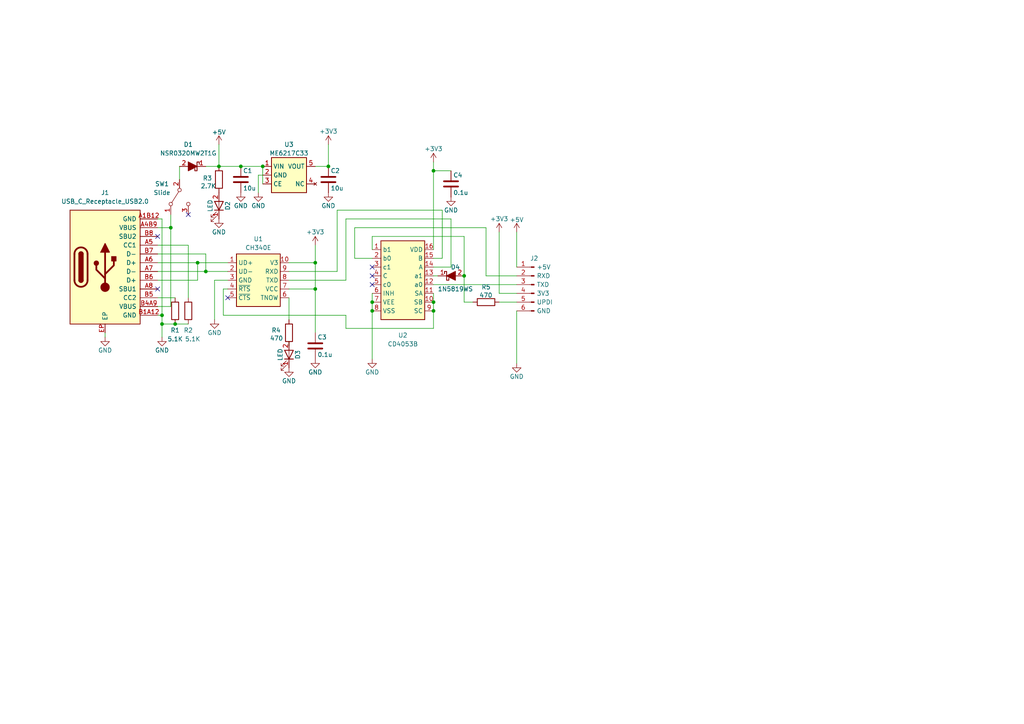
<source format=kicad_sch>
(kicad_sch (version 20230121) (generator eeschema)
  (paper "A4")
  (title_block (title "TS_USB") (date "2024-06-01") (rev "0.2"))
  (lib_symbols
    (symbol "Device:C" (pin_numbers hide) (pin_names (offset 0.254))
      (property "Reference" "C" (at 0.635 2.54 0))
      (property "Value" "C" (at 0.635 -2.54 0))
      (symbol "C_0_1"
        (polyline (pts (xy -2.032 -0.762) (xy 2.032 -0.762)) (stroke (width 0.508)))
        (polyline (pts (xy -2.032 0.762) (xy 2.032 0.762)) (stroke (width 0.508)))
      )
      (symbol "C_1_1"
        (pin passive line (at 0 3.81 270) (length 2.794) (name "~") (number "1"))
        (pin passive line (at 0 -3.81 90) (length 2.794) (name "~") (number "2"))
      )
    )
    (symbol "Device:R" (pin_numbers hide) (pin_names (offset 0))
      (property "Reference" "R" (at 2.032 0 90))
      (property "Value" "R" (at 0 0 90))
      (symbol "R_0_1"
        (rectangle (start -1.016 -2.54) (end 1.016 2.54) (stroke (width 0.254)))
      )
      (symbol "R_1_1"
        (pin passive line (at 0 3.81 270) (length 1.27) (name "~") (number "1"))
        (pin passive line (at 0 -3.81 90) (length 1.27) (name "~") (number "2"))
      )
    )
    (symbol "JSB01_Lib:+3V3" (power) (pin_names (offset 0))
      (property "Value" "3V3" (at 0 4.54 0))
      (symbol "+3V3_0_1"
        (polyline (pts (xy -0.762 1.27) (xy 0 2.54)))
        (polyline (pts (xy 0 0) (xy 0 2.54)))
        (polyline (pts (xy 0 2.54) (xy 0.762 1.27)))
      )
      (symbol "+3V3_1_1"
        (pin power_in line (at 0 0 90) (length 0) hide (name "+3V3") (number "1"))
      )
    )
    (symbol "JSB01_Lib:+5V" (power) (pin_names (offset 0))
      (property "Value" "+5V" (at 0 3.556 0))
      (symbol "+5V_0_1"
        (polyline (pts (xy -0.762 1.27) (xy 0 2.54)))
        (polyline (pts (xy 0 0) (xy 0 2.54)))
        (polyline (pts (xy 0 2.54) (xy 0.762 1.27)))
      )
      (symbol "+5V_1_1"
        (pin power_in line (at 0 0 90) (length 0) hide (name "+5V") (number "1"))
      )
    )
    (symbol "JSB01_Lib:CD4053B"
      (property "Reference" "U" (at 0 16.51 0))
      (property "Value" "CD4053B" (at 0 13.97 0))
      (symbol "CD4053B_0_1"
        (rectangle (start -6.35 11.43) (end 6.35 -11.43) (stroke (width 0.254)) (fill (type background)))
      )
      (symbol "CD4053B_1_1"
        (pin bidirectional line (at -8.89 8.89 0) (length 2.54) (name "b1") (number "1"))
        (pin input line (at 8.89 -6.35 180) (length 2.54) (name "SB") (number "10"))
        (pin input line (at 8.89 -3.81 180) (length 2.54) (name "SA") (number "11"))
        (pin bidirectional line (at 8.89 -1.27 180) (length 2.54) (name "a0") (number "12"))
        (pin bidirectional line (at 8.89 1.27 180) (length 2.54) (name "a1") (number "13"))
        (pin bidirectional line (at 8.89 3.81 180) (length 2.54) (name "A") (number "14"))
        (pin bidirectional line (at 8.89 6.35 180) (length 2.54) (name "B") (number "15"))
        (pin power_in line (at 8.89 8.89 180) (length 2.54) (name "VDD") (number "16"))
        (pin bidirectional line (at -8.89 6.35 0) (length 2.54) (name "b0") (number "2"))
        (pin bidirectional line (at -8.89 3.81 0) (length 2.54) (name "c1") (number "3"))
        (pin bidirectional line (at -8.89 1.27 0) (length 2.54) (name "C") (number "4"))
        (pin bidirectional line (at -8.89 -1.27 0) (length 2.54) (name "c0") (number "5"))
        (pin input line (at -8.89 -3.81 0) (length 2.54) (name "INH") (number "6"))
        (pin power_in line (at -8.89 -6.35 0) (length 2.54) (name "VEE") (number "7"))
        (pin power_in line (at -8.89 -8.89 0) (length 2.54) (name "VSS") (number "8"))
        (pin input line (at 8.89 -8.89 180) (length 2.54) (name "SC") (number "9"))
      )
    )
    (symbol "JSB01_Lib:CH340E"
      (property "Reference" "U" (at 0 12.7 0))
      (property "Value" "CH340E" (at 0 10.16 0))
      (symbol "CH340E_0_1"
        (rectangle (start -6.35 7.62) (end 6.35 -7.62) (stroke (width 0.254)) (fill (type background)))
      )
      (symbol "CH340E_1_1"
        (pin bidirectional line (at -8.89 5.08 0) (length 2.54) (name "UD+") (number "1"))
        (pin passive line (at 8.89 5.08 180) (length 2.54) (name "V3") (number "10"))
        (pin bidirectional line (at -8.89 2.54 0) (length 2.54) (name "UD-") (number "2"))
        (pin power_in line (at -8.89 0 0) (length 2.54) (name "GND") (number "3"))
        (pin output line (at -8.89 -2.54 0) (length 2.54) (name "~{RTS}") (number "4"))
        (pin input line (at -8.89 -5.08 0) (length 2.54) (name "~{CTS}") (number "5"))
        (pin output line (at 8.89 -5.08 180) (length 2.54) (name "TNOW") (number "6"))
        (pin power_in line (at 8.89 -2.54 180) (length 2.54) (name "VCC") (number "7"))
        (pin output line (at 8.89 0 180) (length 2.54) (name "TXD") (number "8"))
        (pin input line (at 8.89 2.54 180) (length 2.54) (name "RXD") (number "9"))
      )
    )
    (symbol "JSB01_Lib:GND" (power) (pin_names (offset 0))
      (property "Value" "GND" (at 0 -3.81 0))
      (symbol "GND_0_1"
        (polyline (pts (xy 0 0) (xy 0 -1.27) (xy 1.27 -1.27) (xy 0 -2.54) (xy -1.27 -1.27) (xy 0 -1.27)))
      )
      (symbol "GND_1_1"
        (pin power_in line (at 0 0 270) (length 0) hide (name "GND") (number "1"))
      )
    )
    (symbol "JSB01_Lib:LED_Green" (pin_names (offset 1.016) hide)
      (property "Reference" "D" (at 0 2.54 0))
      (property "Value" "LED" (at 0 -2.54 0))
      (symbol "LED_Green_0_1"
        (polyline (pts (xy -1.27 -1.27) (xy -1.27 1.27)) (stroke (width 0.254)))
        (polyline (pts (xy -1.27 0) (xy 1.27 0)))
        (polyline (pts (xy 1.27 -1.27) (xy 1.27 1.27) (xy -1.27 0) (xy 1.27 -1.27)) (stroke (width 0.254)))
        (polyline (pts (xy -3.048 -0.762) (xy -4.572 -2.286) (xy -3.81 -2.286) (xy -4.572 -2.286) (xy -4.572 -1.524)))
        (polyline (pts (xy -1.778 -0.762) (xy -3.302 -2.286) (xy -2.54 -2.286) (xy -3.302 -2.286) (xy -3.302 -1.524)))
      )
      (symbol "LED_Green_1_1"
        (pin passive line (at -3.81 0 0) (length 2.54) (name "K") (number "1"))
        (pin passive line (at 3.81 0 180) (length 2.54) (name "A") (number "2"))
      )
    )
    (symbol "JSB01_Lib:ME6217C33"
      (property "Reference" "U" (at 0 8.89 0))
      (property "Value" "ME6217C33" (at 0 6.35 0))
      (symbol "ME6217C33_0_1"
        (rectangle (start -5.08 5.08) (end 5.08 -5.08) (stroke (width 0.254)) (fill (type background)))
      )
      (symbol "ME6217C33_1_1"
        (pin power_in line (at -7.62 2.54 0) (length 2.54) (name "VIN") (number "1"))
        (pin power_in line (at -7.62 0 0) (length 2.54) (name "GND") (number "2"))
        (pin input line (at -7.62 -2.54 0) (length 2.54) (name "CE") (number "3"))
        (pin no_connect line (at 7.62 -2.54 180) (length 2.54) (name "NC") (number "4"))
        (pin power_out line (at 7.62 2.54 180) (length 2.54) (name "VOUT") (number "5"))
      )
    )
    (symbol "JSB01_Lib:Schottky_Diode" (pin_names (offset 1.016) hide)
      (property "Reference" "D2" (at 0 2.54 0))
      (property "Value" "NSR0320MW2T1G" (at 0 -2.54 0))
      (symbol "Schottky_Diode_0_1"
        (polyline (pts (xy 1.27 0) (xy -1.27 0)))
        (polyline (pts (xy 1.27 1.27) (xy 1.27 -1.27) (xy -1.27 0) (xy 1.27 1.27)) (stroke (width 0.254)) (fill (type outline)))
        (polyline (pts (xy -1.905 0.635) (xy -1.905 1.27) (xy -1.27 1.27) (xy -1.27 -1.27) (xy -0.635 -1.27) (xy -0.635 -0.635)) (stroke (width 0.254)))
      )
      (symbol "Schottky_Diode_1_1"
        (pin passive line (at -3.81 0 0) (length 2.54) (name "K") (number "1"))
        (pin passive line (at 3.81 0 180) (length 2.54) (name "A") (number "2"))
      )
    )
    (symbol "JSB01_Lib:SerialConnector" (pin_names (offset 2))
      (property "Reference" "J2" (at 0 7.62 0))
      (symbol "SerialConnector_1_1"
        (polyline (pts (xy 1.27 -7.62) (xy 0.8636 -7.62)) (stroke (width 0.1524)))
        (polyline (pts (xy 1.27 -5.08) (xy 0.8636 -5.08)) (stroke (width 0.1524)))
        (polyline (pts (xy 1.27 -2.54) (xy 0.8636 -2.54)) (stroke (width 0.1524)))
        (polyline (pts (xy 1.27 0) (xy 0.8636 0)) (stroke (width 0.1524)))
        (polyline (pts (xy 1.27 2.54) (xy 0.8636 2.54)) (stroke (width 0.1524)))
        (polyline (pts (xy 1.27 5.08) (xy 0.8636 5.08)) (stroke (width 0.1524)))
        (rectangle (start 0.8636 -7.493) (end 0 -7.747) (stroke (width 0.1524)) (fill (type outline)))
        (rectangle (start 0.8636 -4.953) (end 0 -5.207) (stroke (width 0.1524)) (fill (type outline)))
        (rectangle (start 0.8636 -2.413) (end 0 -2.667) (stroke (width 0.1524)) (fill (type outline)))
        (rectangle (start 0.8636 0.127) (end 0 -0.127) (stroke (width 0.1524)) (fill (type outline)))
        (rectangle (start 0.8636 2.667) (end 0 2.413) (stroke (width 0.1524)) (fill (type outline)))
        (rectangle (start 0.8636 5.207) (end 0 4.953) (stroke (width 0.1524)) (fill (type outline)))
        (pin passive line (at 5.08 5.08 180) (length 3.81) (name "+5V") (number "1"))
        (pin passive line (at 5.08 2.54 180) (length 3.81) (name "RXD") (number "2"))
        (pin passive line (at 5.08 0 180) (length 3.81) (name "TXD") (number "3"))
        (pin passive line (at 5.08 -2.54 180) (length 3.81) (name "3V3") (number "4"))
        (pin passive line (at 5.08 -5.08 180) (length 3.81) (name "UPDI") (number "5"))
        (pin passive line (at 5.08 -7.62 180) (length 3.81) (name "GND") (number "6"))
      )
    )
    (symbol "JSB01_Lib:USB_C_Receptacle_USB2.0" (pin_names (offset 1.016))
      (property "Reference" "J" (at 0 21.59 0))
      (property "Value" "USB_C_Receptacle_USB2.0" (at 0 19.05 0))
      (symbol "USB_C_Receptacle_USB2.0_0_1"
        (rectangle (start -10.16 16.51) (end 10.16 -16.51) (stroke (width 0.254)) (fill (type background)))
        (arc (start -8.89 -3.81) (mid -6.985 -5.7067) (end -5.08 -3.81) (stroke (width 0.508)))
        (arc (start -7.62 -3.81) (mid -6.985 -4.4423) (end -6.35 -3.81) (stroke (width 0.254)))
        (arc (start -7.62 -3.81) (mid -6.985 -4.4423) (end -6.35 -3.81) (stroke (width 0.254)) (fill (type outline)))
        (rectangle (start -7.62 -3.81) (end -6.35 3.81) (stroke (width 0.254)) (fill (type outline)))
        (arc (start -6.35 3.81) (mid -6.985 4.4423) (end -7.62 3.81) (stroke (width 0.254)))
        (arc (start -6.35 3.81) (mid -6.985 4.4423) (end -7.62 3.81) (stroke (width 0.254)) (fill (type outline)))
        (arc (start -5.08 3.81) (mid -6.985 5.7067) (end -8.89 3.81) (stroke (width 0.508)))
        (circle (center -2.54 1.143) (radius 0.635) (stroke (width 0.254)) (fill (type outline)))
        (circle (center 0 -5.842) (radius 1.27) (fill (type outline)))
        (polyline (pts (xy -8.89 -3.81) (xy -8.89 3.81)) (stroke (width 0.508)))
        (polyline (pts (xy -5.08 3.81) (xy -5.08 -3.81)) (stroke (width 0.508)))
        (polyline (pts (xy 0 -5.842) (xy 0 4.318)) (stroke (width 0.508)))
        (polyline (pts (xy 0 -3.302) (xy -2.54 -0.762) (xy -2.54 0.508)) (stroke (width 0.508)))
        (polyline (pts (xy 0 -2.032) (xy 2.54 0.508) (xy 2.54 1.778)) (stroke (width 0.508)))
        (polyline (pts (xy -1.27 4.318) (xy 0 6.858) (xy 1.27 4.318) (xy -1.27 4.318)) (stroke (width 0.254)) (fill (type outline)))
        (rectangle (start 1.905 1.778) (end 3.175 3.048) (stroke (width 0.254)) (fill (type outline)))
      )
      (symbol "USB_C_Receptacle_USB2.0_1_1"
        (pin power_out line (at 15.24 13.97 180) (length 5.08) (name "GND") (number "A1B12"))
        (pin power_out line (at 15.24 11.43 180) (length 5.08) (name "VBUS") (number "A4B9"))
        (pin bidirectional line (at 15.24 6.35 180) (length 5.08) (name "CC1") (number "A5"))
        (pin bidirectional line (at 15.24 1.27 180) (length 5.08) (name "D+") (number "A6"))
        (pin bidirectional line (at 15.24 -1.27 180) (length 5.08) (name "D-") (number "A7"))
        (pin bidirectional line (at 15.24 -6.35 180) (length 5.08) (name "SBU1") (number "A8"))
        (pin power_out line (at 15.24 -13.97 180) (length 5.08) (name "GND") (number "B1A12"))
        (pin power_out line (at 15.24 -11.43 180) (length 5.08) (name "VBUS") (number "B4A9"))
        (pin bidirectional line (at 15.24 -8.89 180) (length 5.08) (name "CC2") (number "B5"))
        (pin bidirectional line (at 15.24 -3.81 180) (length 5.08) (name "D+") (number "B6"))
        (pin bidirectional line (at 15.24 3.81 180) (length 5.08) (name "D-") (number "B7"))
        (pin bidirectional line (at 15.24 8.89 180) (length 5.08) (name "SBU2") (number "B8"))
        (pin passive line (at 0 -19.05 90) (length 2.54) (name "EP") (number "EP"))
      )
    )
    (symbol "Schottky_Diode_1" (pin_names (offset 1.016) hide)
      (property "Reference" "D" (at 0 2.54 0))
      (property "Value" "D_Schottky_Filled" (at 0 -2.54 0))
      (symbol "Schottky_Diode_1_0_1"
        (polyline (pts (xy 1.27 0) (xy -1.27 0)))
        (polyline (pts (xy 1.27 1.27) (xy 1.27 -1.27) (xy -1.27 0) (xy 1.27 1.27)) (stroke (width 0.254)) (fill (type outline)))
        (polyline (pts (xy -1.905 0.635) (xy -1.905 1.27) (xy -1.27 1.27) (xy -1.27 -1.27) (xy -0.635 -1.27) (xy -0.635 -0.635)) (stroke (width 0.254)))
      )
      (symbol "Schottky_Diode_1_1_1"
        (pin passive line (at -3.81 0 0) (length 2.54) (name "K") (number "1"))
        (pin passive line (at 3.81 0 180) (length 2.54) (name "A") (number "2"))
      )
    )
    (symbol "Switch:SW_SPDT" (pin_names (offset 0) hide)
      (property "Reference" "SW" (at 0 4.318 0))
      (property "Value" "SW_SPDT" (at 0 -5.08 0))
      (symbol "SW_SPDT_0_0"
        (circle (center -2.032 0) (radius 0.508))
        (circle (center 2.032 -2.54) (radius 0.508))
      )
      (symbol "SW_SPDT_0_1"
        (polyline (pts (xy -1.524 0.254) (xy 1.651 2.286)))
        (circle (center 2.032 2.54) (radius 0.508))
      )
      (symbol "SW_SPDT_1_1"
        (pin passive line (at 5.08 2.54 180) (length 2.54) (name "A") (number "1"))
        (pin passive line (at -5.08 0 0) (length 2.54) (name "B") (number "2"))
        (pin passive line (at 5.08 -2.54 180) (length 2.54) (name "C") (number "3"))
      )
    )
  )
  (junction (at 107.95 87.63))
  (junction (at 69.85 48.26))
  (junction (at 49.53 66.04))
  (junction (at 46.99 91.44))
  (junction (at 125.73 87.63))
  (junction (at 59.69 78.74))
  (junction (at 95.25 48.26))
  (junction (at 107.95 90.17))
  (junction (at 125.73 90.17))
  (junction (at 125.73 49.53))
  (junction (at 46.99 93.98))
  (junction (at 76.2 48.26))
  (junction (at 91.44 83.82))
  (junction (at 91.44 76.2))
  (junction (at 134.62 80.01))
  (junction (at 63.5 48.26))
  (junction (at 50.8 93.98))
  (junction (at 57.311 76.2))
  (no_connect (at 45.72 83.82))
  (no_connect (at 54.61 62.23))
  (no_connect (at 107.95 77.47))
  (no_connect (at 66.04 86.36))
  (no_connect (at 107.95 80.01))
  (no_connect (at 107.95 82.55))
  (no_connect (at 45.72 68.58))
  (wire (pts (xy 140.97 66.04) (xy 140.97 80.01)))
  (wire (pts (xy 64.77 91.44) (xy 100.33 91.44)))
  (wire (pts (xy 57.311 81.28) (xy 57.311 76.2)))
  (wire (pts (xy 144.78 67.31) (xy 144.78 85.09)))
  (wire (pts (xy 76.2 50.8) (xy 74.93 50.8)))
  (wire (pts (xy 140.97 80.01) (xy 149.86 80.01)))
  (wire (pts (xy 46.99 63.5) (xy 46.99 91.44)))
  (wire (pts (xy 46.99 93.98) (xy 50.8 93.98)))
  (wire (pts (xy 59.69 48.26) (xy 63.5 48.26)))
  (wire (pts (xy 59.69 73.66) (xy 59.69 78.74)))
  (wire (pts (xy 102.87 74.93) (xy 102.87 66.04)))
  (wire (pts (xy 63.5 41.91) (xy 63.5 48.26)))
  (wire (pts (xy 57.311 76.2) (xy 66.04 76.2)))
  (wire (pts (xy 74.93 50.8) (xy 74.93 55.88)))
  (wire (pts (xy 52.07 48.26) (xy 52.07 52.07)))
  (wire (pts (xy 97.79 60.96) (xy 128.27 60.96)))
  (wire (pts (xy 45.72 63.5) (xy 46.99 63.5)))
  (wire (pts (xy 45.72 88.9) (xy 49.53 88.9)))
  (wire (pts (xy 125.73 87.63) (xy 125.73 90.17)))
  (wire (pts (xy 125.73 90.17) (xy 125.73 95.25)))
  (wire (pts (xy 45.72 76.2) (xy 57.311 76.2)))
  (wire (pts (xy 107.95 87.63) (xy 107.95 90.17)))
  (wire (pts (xy 125.73 46.99) (xy 125.73 49.53)))
  (wire (pts (xy 54.61 71.12) (xy 54.61 86.36)))
  (wire (pts (xy 83.82 100.33) (xy 83.82 99.06)))
  (wire (pts (xy 144.78 85.09) (xy 149.86 85.09)))
  (wire (pts (xy 69.85 48.26) (xy 76.2 48.26)))
  (wire (pts (xy 59.69 78.74) (xy 66.04 78.74)))
  (wire (pts (xy 76.2 48.26) (xy 76.2 53.34)))
  (wire (pts (xy 137.16 87.63) (xy 134.62 87.63)))
  (wire (pts (xy 30.48 96.52) (xy 30.48 97.79)))
  (wire (pts (xy 149.86 67.31) (xy 149.86 77.47)))
  (wire (pts (xy 91.44 76.2) (xy 91.44 83.82)))
  (wire (pts (xy 91.44 71.12) (xy 91.44 76.2)))
  (wire (pts (xy 125.73 80.01) (xy 127 80.01)))
  (wire (pts (xy 91.44 96.52) (xy 91.44 83.82)))
  (wire (pts (xy 46.99 91.44) (xy 46.99 93.98)))
  (wire (pts (xy 100.33 91.44) (xy 100.33 95.25)))
  (wire (pts (xy 91.44 48.26) (xy 95.25 48.26)))
  (wire (pts (xy 62.23 81.28) (xy 62.23 92.71)))
  (wire (pts (xy 102.87 66.04) (xy 140.97 66.04)))
  (wire (pts (xy 125.73 49.53) (xy 125.73 72.39)))
  (wire (pts (xy 125.73 85.09) (xy 125.73 87.63)))
  (wire (pts (xy 83.82 83.82) (xy 91.44 83.82)))
  (wire (pts (xy 107.95 68.58) (xy 134.62 68.58)))
  (wire (pts (xy 130.81 77.47) (xy 125.73 77.47)))
  (wire (pts (xy 100.33 81.28) (xy 100.33 63.5)))
  (wire (pts (xy 130.81 63.5) (xy 130.81 77.47)))
  (wire (pts (xy 128.27 60.96) (xy 128.27 74.93)))
  (wire (pts (xy 45.72 81.28) (xy 57.311 81.28)))
  (wire (pts (xy 144.78 87.63) (xy 149.86 87.63)))
  (wire (pts (xy 128.27 74.93) (xy 125.73 74.93)))
  (wire (pts (xy 45.72 91.44) (xy 46.99 91.44)))
  (wire (pts (xy 83.82 86.36) (xy 83.82 92.71)))
  (wire (pts (xy 107.95 85.09) (xy 107.95 87.63)))
  (wire (pts (xy 66.04 81.28) (xy 62.23 81.28)))
  (wire (pts (xy 125.73 82.55) (xy 149.86 82.55)))
  (wire (pts (xy 49.53 62.23) (xy 49.53 66.04)))
  (wire (pts (xy 63.5 48.26) (xy 69.85 48.26)))
  (wire (pts (xy 95.25 41.91) (xy 95.25 48.26)))
  (wire (pts (xy 45.72 73.66) (xy 59.69 73.66)))
  (wire (pts (xy 49.53 66.04) (xy 45.72 66.04)))
  (wire (pts (xy 107.95 90.17) (xy 107.95 104.14)))
  (wire (pts (xy 134.62 87.63) (xy 134.62 80.01)))
  (wire (pts (xy 66.04 83.82) (xy 64.77 83.82)))
  (wire (pts (xy 107.95 72.39) (xy 107.95 68.58)))
  (wire (pts (xy 100.33 95.25) (xy 125.73 95.25)))
  (wire (pts (xy 45.72 86.36) (xy 50.8 86.36)))
  (wire (pts (xy 107.95 74.93) (xy 102.87 74.93)))
  (wire (pts (xy 45.72 71.12) (xy 54.61 71.12)))
  (wire (pts (xy 49.53 66.04) (xy 49.53 88.9)))
  (wire (pts (xy 83.82 76.2) (xy 91.44 76.2)))
  (wire (pts (xy 149.86 90.17) (xy 149.86 105.41)))
  (wire (pts (xy 134.62 68.58) (xy 134.62 80.01)))
  (wire (pts (xy 97.79 78.74) (xy 97.79 60.96)))
  (wire (pts (xy 83.82 78.74) (xy 97.79 78.74)))
  (wire (pts (xy 100.33 63.5) (xy 130.81 63.5)))
  (wire (pts (xy 83.82 81.28) (xy 100.33 81.28)))
  (wire (pts (xy 46.99 93.98) (xy 46.99 97.79)))
  (wire (pts (xy 45.72 78.74) (xy 59.69 78.74)))
  (wire (pts (xy 50.8 93.98) (xy 54.61 93.98)))
  (wire (pts (xy 130.81 49.53) (xy 125.73 49.53)))
  (wire (pts (xy 64.77 83.82) (xy 64.77 91.44)))
  (symbol (lib_id "JSB01_Lib:CH340E") (at 74.93 81.28 0) (unit 1)
    (property "Reference" "U1" (at 74.93 68.58 0) (effects (justify top)))
    (property "Value" "CH340E" (at 74.93 71.12 0) (effects (justify top)))
    (property "Footprint" "JSB01_Lib:MSOP-10_L3.0-W3.0-P0.50-LS5.0" (effects hide))
    (property "LCSC" "C99652" (effects hide))
  )
  (symbol (lib_id "JSB01_Lib:LED_Green") (at 83.82 102.87 270) (mirror x) (unit 1)
    (property "Reference" "D3" (at 86.36 102.87 0))
    (property "Value" "LED" (at 81.28 102.87 0))
    (property "Footprint" "JSB01_Lib:LED0603-RD_GREEN" (effects hide))
    (property "LCSC" "C510026" (effects hide))
  )
  (symbol (lib_id "JSB01_Lib:GND") (at 62.23 92.71 0) (unit 1)
    (property "Reference" "#PWR06" (effects hide))
    (property "Value" "GND" (at 62.23 96.52 0))
  )
  (symbol (lib_name "Schottky_Diode_1") (lib_id "JSB01_Lib:Schottky_Diode") (at 130.81 80.01 0) (unit 1)
    (property "Reference" "D4" (at 132.08 77.47 0))
    (property "Value" "1N5819WS" (at 132.08 83.82 0))
    (property "Footprint" "JSB01_Lib:SOD-323_L1.8-W1.3-LS2.5-RD" (effects hide))
    (property "LCSC" "C191023" (effects hide))
  )
  (symbol (lib_id "JSB01_Lib:GND") (at 46.99 97.79 0) (unit 1)
    (property "Reference" "#PWR02" (effects hide))
    (property "Value" "GND" (at 46.99 101.6 0))
  )
  (symbol (lib_id "JSB01_Lib:GND") (at 130.81 57.15 0) (unit 1)
    (property "Reference" "#PWR014" (effects hide))
    (property "Value" "GND" (at 130.81 60.96 0))
  )
  (symbol (lib_id "JSB01_Lib:+3V3") (at 125.73 46.99 0) (unit 1)
    (property "Reference" "#PWR013" (effects hide))
    (property "Value" "3V3" (at 125.73 42.45 0) (effects (justify top)))
  )
  (symbol (lib_id "JSB01_Lib:GND") (at 63.5 63.5 0) (unit 1)
    (property "Reference" "#PWR011" (effects hide))
    (property "Value" "GND" (at 63.5 67.31 0))
  )
  (symbol (lib_id "JSB01_Lib:GND") (at 83.82 106.68 0) (unit 1)
    (property "Reference" "#PWR012" (effects hide))
    (property "Value" "GND" (at 83.82 110.49 0))
  )
  (symbol (lib_id "Device:C") (at 91.44 100.33 0) (unit 1)
    (property "Reference" "C3" (at 92.075 97.79 0) (effects (justify left)))
    (property "Value" "0.1u" (at 92.075 102.87 0) (effects (justify left)))
    (property "Footprint" "Capacitor_SMD:C_0402_1005Metric" (effects hide))
    (property "LCSC" "C307331" (effects hide))
  )
  (symbol (lib_id "JSB01_Lib:GND") (at 149.86 105.41 0) (unit 1)
    (property "Reference" "#PWR016" (effects hide))
    (property "Value" "GND" (at 149.86 109.22 0))
  )
  (symbol (lib_id "JSB01_Lib:CD4053B") (at 116.84 81.28 0) (unit 1)
    (property "Reference" "U2" (at 116.84 96.52 0) (effects (justify top)))
    (property "Value" "CD4053B" (at 116.84 99.06 0) (effects (justify top)))
    (property "Footprint" "JSB01_Lib:SOIC-16_L9.9-W3.9-P1.27-LS6.0" (effects hide))
    (property "Datasheet" "http://www.ti.com/lit/ds/symlink/cd4052b.pdf" (effects hide))
    (property "LCSC" "C6742" (effects hide))
  )
  (symbol (lib_id "JSB01_Lib:GND") (at 91.44 104.14 0) (unit 1)
    (property "Reference" "#PWR09" (effects hide))
    (property "Value" "GND" (at 91.44 107.95 0))
  )
  (symbol (lib_id "Device:C") (at 95.25 52.07 0) (unit 1)
    (property "Reference" "C2" (at 95.885 49.53 0) (effects (justify left)))
    (property "Value" "10u" (at 95.885 54.61 0) (effects (justify left)))
    (property "Footprint" "Capacitor_SMD:C_0603_1608Metric" (effects hide))
    (property "LCSC" "C19702" (effects hide))
  )
  (symbol (lib_id "JSB01_Lib:+5V") (at 149.86 67.31 0) (unit 1)
    (property "Reference" "#PWR018" (effects hide))
    (property "Value" "+5V" (at 149.86 63.754 0))
  )
  (symbol (lib_id "JSB01_Lib:+3V3") (at 91.44 71.12 0) (unit 1)
    (property "Reference" "#PWR08" (effects hide))
    (property "Value" "3V3" (at 91.44 66.58 0) (effects (justify top)))
  )
  (symbol (lib_id "Device:R") (at 63.5 52.07 0) (unit 1)
    (property "Reference" "R3" (at 58.8082 51.6877 0) (effects (justify left)))
    (property "Value" "2.7K" (at 58.1762 53.9627 0) (effects (justify left)))
    (property "Footprint" "Resistor_SMD:R_0603_1608Metric" (effects hide))
    (property "LCSC" "C13167" (effects hide))
  )
  (symbol (lib_id "Device:R") (at 50.8 90.17 0) (unit 1)
    (property "Reference" "R1" (at 50.8 96.52 0) (effects (justify bottom)))
    (property "Value" "5.1K" (at 50.8 99.06 0) (effects (justify bottom)))
    (property "Footprint" "Resistor_SMD:R_0402_1005Metric" (effects hide))
    (property "LCSC" "C25905" (effects hide))
  )
  (symbol (lib_id "JSB01_Lib:GND") (at 74.93 55.88 0) (unit 1)
    (property "Reference" "#PWR03" (effects hide))
    (property "Value" "GND" (at 74.93 59.69 0))
  )
  (symbol (lib_id "JSB01_Lib:GND") (at 30.48 97.79 0) (unit 1)
    (property "Reference" "#PWR01" (effects hide))
    (property "Value" "GND" (at 30.48 101.6 0))
  )
  (symbol (lib_id "JSB01_Lib:LED_Green") (at 63.5 59.69 270) (mirror x) (unit 1)
    (property "Reference" "D2" (at 66.04 59.69 0))
    (property "Value" "LED" (at 60.96 59.69 0))
    (property "Footprint" "JSB01_Lib:LED0603-RD_GREEN" (effects hide))
    (property "LCSC" "C2693607 " (effects hide))
  )
  (symbol (lib_id "Device:R") (at 83.82 96.52 0) (unit 1)
    (property "Reference" "R4" (at 78.74 96.52 0) (effects (justify left bottom)))
    (property "Value" "470" (at 78.2667 98.8445 0) (effects (justify left bottom)))
    (property "Footprint" "Resistor_SMD:R_0603_1608Metric" (effects hide))
    (property "LCSC" "C23179" (effects hide))
  )
  (symbol (lib_id "Switch:SW_SPDT") (at 52.07 57.15 90) (mirror x) (unit 1)
    (property "Reference" "SW1" (at 46.99 53.34 90))
    (property "Value" "Slide" (at 46.99 55.88 90))
    (property "Footprint" "JSB01_Lib:SW-SMD_SSSS211603" (effects hide))
    (property "LCSC" "C125040" (effects hide))
  )
  (symbol (lib_id "Device:C") (at 130.81 53.34 0) (unit 1)
    (property "Reference" "C4" (at 131.445 50.8 0) (effects (justify left)))
    (property "Value" "0.1u" (at 131.445 55.88 0) (effects (justify left)))
    (property "Footprint" "Capacitor_SMD:C_0402_1005Metric" (effects hide))
    (property "LCSC" "C307331" (effects hide))
  )
  (symbol (lib_id "JSB01_Lib:Schottky_Diode") (at 55.88 48.26 0) (mirror y) (unit 1)
    (property "Reference" "D1" (at 54.61 41.91 0))
    (property "Value" "NSR0320MW2T1G" (at 54.61 44.45 0))
    (property "Footprint" "JSB01_Lib:SOD-323_L1.8-W1.3-LS2.5-RD" (effects hide))
    (property "LCSC" "C48192" (effects hide))
  )
  (symbol (lib_id "Device:R") (at 140.97 87.63 270) (mirror x) (unit 1)
    (property "Reference" "R5" (at 140.97 82.55 90) (effects (justify bottom)))
    (property "Value" "470" (at 140.9345 84.9165 90) (effects (justify bottom)))
    (property "Footprint" "Resistor_SMD:R_0603_1608Metric" (effects hide))
    (property "LCSC" "C23179" (effects hide))
  )
  (symbol (lib_id "JSB01_Lib:USB_C_Receptacle_USB2.0") (at 30.48 77.47 0) (unit 1)
    (property "Reference" "J1" (at 30.48 55.88 0))
    (property "Value" "USB_C_Receptacle_USB2.0" (at 30.48 58.42 0))
    (property "Footprint" "JSB01_Lib:USB-C-SMD_TYPE-C-16P-1" (effects hide))
    (property "LCSC" "C2982555" (effects hide))
  )
  (symbol (lib_id "Device:R") (at 54.61 90.17 0) (unit 1)
    (property "Reference" "R2" (at 54.61 96.52 0) (effects (justify bottom)))
    (property "Value" "5.1K" (at 55.88 99.06 0) (effects (justify bottom)))
    (property "Footprint" "Resistor_SMD:R_0402_1005Metric" (effects hide))
    (property "LCSC" "C25905" (effects hide))
  )
  (symbol (lib_id "JSB01_Lib:+3V3") (at 95.25 41.91 0) (unit 1)
    (property "Reference" "#PWR07" (effects hide))
    (property "Value" "3V3" (at 95.25 37.37 0) (effects (justify top)))
  )
  (symbol (lib_id "JSB01_Lib:GND") (at 69.85 55.88 0) (unit 1)
    (property "Reference" "#PWR04" (effects hide))
    (property "Value" "GND" (at 69.85 59.69 0))
  )
  (symbol (lib_id "JSB01_Lib:GND") (at 107.95 104.14 0) (unit 1)
    (property "Reference" "#PWR015" (effects hide))
    (property "Value" "GND" (at 107.95 107.95 0))
  )
  (symbol (lib_id "JSB01_Lib:GND") (at 95.25 55.88 0) (unit 1)
    (property "Reference" "#PWR05" (effects hide))
    (property "Value" "GND" (at 95.25 59.69 0))
  )
  (symbol (lib_id "JSB01_Lib:SerialConnector") (at 154.94 82.55 0) (mirror y) (unit 1) (in_bom no)
    (property "Reference" "J2" (at 154.94 74.93 0))
    (property "Value" "Conn_01x06_Pin" (effects hide))
    (property "Footprint" "JSB01_Lib:PinHeader_1x06_P2.54mm" (effects hide))
  )
  (symbol (lib_id "Device:C") (at 69.85 52.07 0) (unit 1)
    (property "Reference" "C1" (at 70.485 49.53 0) (effects (justify left)))
    (property "Value" "10u" (at 70.485 54.61 0) (effects (justify left)))
    (property "Footprint" "Capacitor_SMD:C_0603_1608Metric" (effects hide))
    (property "LCSC" "C19702" (effects hide))
  )
  (symbol (lib_id "JSB01_Lib:+3V3") (at 144.78 67.31 0) (unit 1)
    (property "Reference" "#PWR017" (effects hide))
    (property "Value" "3V3" (at 144.78 62.77 0) (effects (justify top)))
  )
  (symbol (lib_id "JSB01_Lib:+5V") (at 63.5 41.91 0) (unit 1)
    (property "Reference" "#PWR010" (effects hide))
    (property "Value" "+5V" (at 63.5 38.354 0))
  )
  (symbol (lib_id "JSB01_Lib:ME6217C33") (at 83.82 50.8 0) (unit 1)
    (property "Reference" "U3" (at 83.82 41.91 0))
    (property "Value" "ME6217C33" (at 83.82 44.45 0))
    (property "Footprint" "JSB01_Lib:SOT-23-5_L3.0-W1.7-P0.95-LS2.8" (effects hide))
    (property "LCSC" "C427602" (effects hide))
  )
)
</source>
